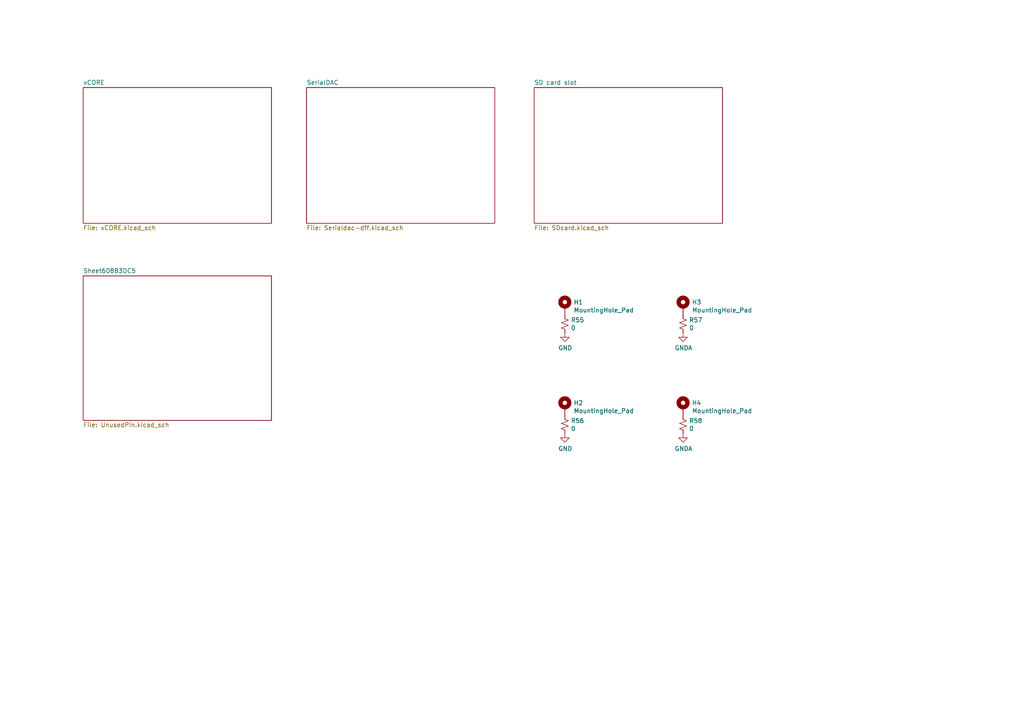
<source format=kicad_sch>
(kicad_sch (version 20230121) (generator eeschema)
  (paper "A4")
  (title_block (title "xSSDAC SD player v1.1 ") (date "2023-06-24") (company "xken"))
  (lib_symbols
    (symbol "Device:R_Small_US" (pin_numbers hide) (pin_names (offset 0.254) hide)
      (property "Reference" "R" (at 0.762 0.508 0))
      (property "Value" "R_Small_US" (at 0.762 -1.016 0))
      (symbol "R_Small_US_1_1"
        (polyline (pts (xy 0 0) (xy 1.016 -0.381) (xy 0 -0.762) (xy -1.016 -1.143) (xy 0 -1.524)))
        (polyline (pts (xy 0 1.524) (xy 1.016 1.143) (xy 0 0.762) (xy -1.016 0.381) (xy 0 0)))
        (pin passive line (at 0 2.54 270) (length 1.016) (name "~") (number "1"))
        (pin passive line (at 0 -2.54 90) (length 1.016) (name "~") (number "2"))
      )
    )
    (symbol "Mechanical:MountingHole_Pad" (pin_numbers hide) (pin_names (offset 1.016) hide)
      (property "Reference" "H" (at 0 6.35 0))
      (property "Value" "MountingHole_Pad" (at 0 4.445 0))
      (symbol "MountingHole_Pad_0_1"
        (circle (center 0 1.27) (radius 1.27) (stroke (width 1.27)))
      )
      (symbol "MountingHole_Pad_1_1"
        (pin input line (at 0 -2.54 90) (length 2.54) (name "1") (number "1"))
      )
    )
    (symbol "power:GND" (power) (pin_names (offset 0))
      (property "Value" "GND" (at 0 -3.81 0))
      (symbol "GND_0_1"
        (polyline (pts (xy 0 0) (xy 0 -1.27) (xy 1.27 -1.27) (xy 0 -2.54) (xy -1.27 -1.27) (xy 0 -1.27)))
      )
      (symbol "GND_1_1"
        (pin power_in line (at 0 0 270) (length 0) hide (name "GND") (number "1"))
      )
    )
    (symbol "power:GNDA" (power) (pin_names (offset 0))
      (property "Value" "GNDA" (at 0 -3.81 0))
      (symbol "GNDA_0_1"
        (polyline (pts (xy 0 0) (xy 0 -1.27) (xy 1.27 -1.27) (xy 0 -2.54) (xy -1.27 -1.27) (xy 0 -1.27)))
      )
      (symbol "GNDA_1_1"
        (pin power_in line (at 0 0 270) (length 0) hide (name "GNDA") (number "1"))
      )
    )
  )
  (symbol (lib_id "Mechanical:MountingHole_Pad") (at 163.83 88.9 0) (unit 1)
    (property "Reference" "H1" (at 166.37 87.6554 0) (effects (justify left)))
    (property "Value" "MountingHole_Pad" (at 166.37 89.9668 0) (effects (justify left)))
    (property "Footprint" "MountingHole:MountingHole_2.7mm_Pad_Via" (effects hide))
  )
  (symbol (lib_id "power:GND") (at 163.83 96.52 0) (unit 1)
    (property "Reference" "#PWR0177" (effects hide))
    (property "Value" "GND" (at 163.957 100.9142 0))
  )
  (symbol (lib_id "Mechanical:MountingHole_Pad") (at 163.83 118.11 0) (unit 1)
    (property "Reference" "H2" (at 166.37 116.8654 0) (effects (justify left)))
    (property "Value" "MountingHole_Pad" (at 166.37 119.1768 0) (effects (justify left)))
    (property "Footprint" "MountingHole:MountingHole_2.7mm_Pad_Via" (effects hide))
  )
  (symbol (lib_id "power:GND") (at 163.83 125.73 0) (unit 1)
    (property "Reference" "#PWR0178" (effects hide))
    (property "Value" "GND" (at 163.957 130.1242 0))
  )
  (symbol (lib_id "Mechanical:MountingHole_Pad") (at 198.12 88.9 0) (unit 1)
    (property "Reference" "H3" (at 200.66 87.6554 0) (effects (justify left)))
    (property "Value" "MountingHole_Pad" (at 200.66 89.9668 0) (effects (justify left)))
    (property "Footprint" "MountingHole:MountingHole_2.7mm_Pad_Via" (effects hide))
  )
  (symbol (lib_id "Mechanical:MountingHole_Pad") (at 198.12 118.11 0) (unit 1)
    (property "Reference" "H4" (at 200.66 116.8654 0) (effects (justify left)))
    (property "Value" "MountingHole_Pad" (at 200.66 119.1768 0) (effects (justify left)))
    (property "Footprint" "MountingHole:MountingHole_2.7mm_Pad_Via" (effects hide))
  )
  (symbol (lib_id "Device:R_Small_US") (at 163.83 93.98 0) (unit 1)
    (property "Reference" "R55" (at 165.5572 92.8116 0) (effects (justify left)))
    (property "Value" "0" (at 165.5572 95.123 0) (effects (justify left)))
    (property "Footprint" "Resistor_SMD:R_0603_1608Metric_Pad0.98x0.95mm_HandSolder" (effects hide))
  )
  (symbol (lib_id "Device:R_Small_US") (at 198.12 93.98 0) (unit 1)
    (property "Reference" "R57" (at 199.8472 92.8116 0) (effects (justify left)))
    (property "Value" "0" (at 199.8472 95.123 0) (effects (justify left)))
    (property "Footprint" "Resistor_SMD:R_0603_1608Metric_Pad0.98x0.95mm_HandSolder" (effects hide))
  )
  (symbol (lib_id "Device:R_Small_US") (at 163.83 123.19 0) (unit 1)
    (property "Reference" "R56" (at 165.5572 122.0216 0) (effects (justify left)))
    (property "Value" "0" (at 165.5572 124.333 0) (effects (justify left)))
    (property "Footprint" "Resistor_SMD:R_0603_1608Metric_Pad0.98x0.95mm_HandSolder" (effects hide))
  )
  (symbol (lib_id "Device:R_Small_US") (at 198.12 123.19 0) (unit 1)
    (property "Reference" "R58" (at 199.8472 122.0216 0) (effects (justify left)))
    (property "Value" "0" (at 199.8472 124.333 0) (effects (justify left)))
    (property "Footprint" "Resistor_SMD:R_0603_1608Metric_Pad0.98x0.95mm_HandSolder" (effects hide))
  )
  (symbol (lib_id "power:GNDA") (at 198.12 96.52 0) (unit 1)
    (property "Reference" "#PWR0179" (effects hide))
    (property "Value" "GNDA" (at 198.247 100.9142 0))
  )
  (symbol (lib_id "power:GNDA") (at 198.12 125.73 0) (unit 1)
    (property "Reference" "#PWR0180" (effects hide))
    (property "Value" "GNDA" (at 198.247 130.1242 0))
  )
  (sheet (at 24.13 25.4) (size 54.61 39.37)
    (property "Sheetname" "xCORE" (at 24.13 24.6884 0) (effects (justify left bottom)))
    (property "Sheetfile" "xCORE.kicad_sch" (at 24.13 65.3546 0) (effects (justify left top)))
  )
  (sheet (at 88.9 25.4) (size 54.61 39.37)
    (property "Sheetname" "SerialDAC" (at 88.9 24.6884 0) (effects (justify left bottom)))
    (property "Sheetfile" "Serialdac-dff.kicad_sch" (at 88.9 65.3546 0) (effects (justify left top)))
  )
  (sheet (at 154.94 25.4) (size 54.61 39.37)
    (property "Sheetname" "SD card slot " (at 154.94 24.6884 0) (effects (justify left bottom)))
    (property "Sheetfile" "SDcard.kicad_sch" (at 154.94 65.3546 0) (effects (justify left top)))
  )
  (sheet (at 24.13 80.01) (size 54.61 41.91)
    (property "Sheetname" "Sheet608B3DC5" (at 24.13 79.2984 0) (effects (justify left bottom)))
    (property "Sheetfile" "UnusedPin.kicad_sch" (at 24.13 122.5046 0) (effects (justify left top)))
  )
)
</source>
